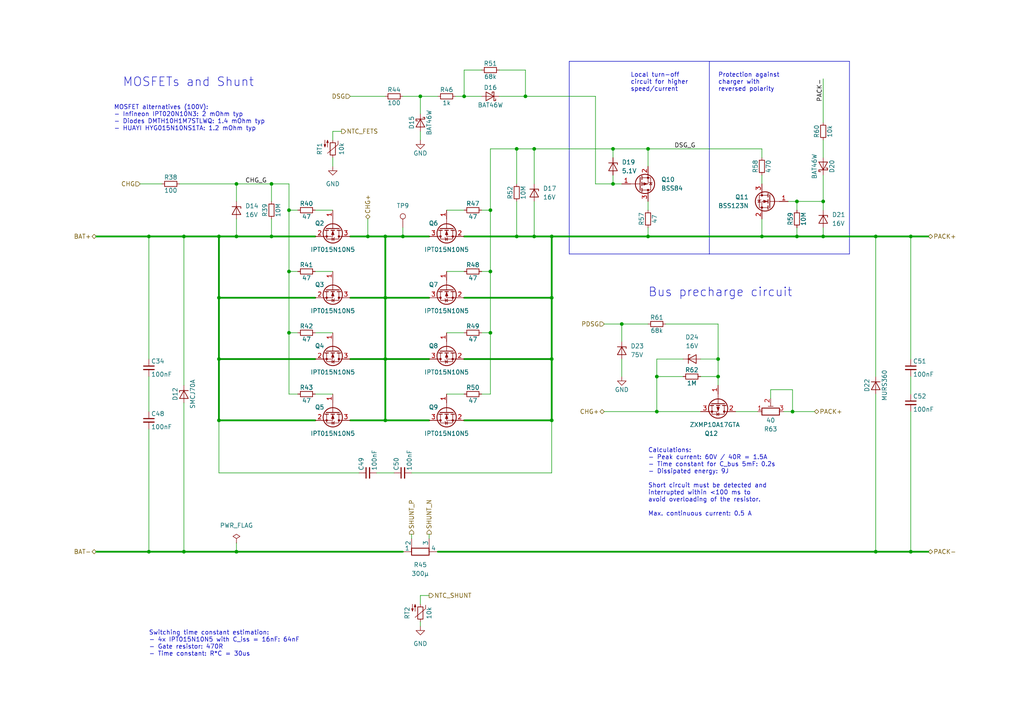
<source format=kicad_sch>
(kicad_sch (version 20230121) (generator eeschema)
  (paper "A4")
  (title_block (title "Libre Solar BMS C1") (date "2023-11-03") (rev "0.4.0") (company "Libre Solar Technologies GmbH") (comment 1 "Website: https://libre.solar") (comment 2 "Author: Martin Jäger") (comment 3 "License: CERN-OHL-W"))
  (lib_symbols
    (symbol "Connector:TestPoint" (pin_numbers hide) (pin_names (offset 0.762) hide)
      (property "Reference" "TP" (at 0 6.858 0))
      (property "Value" "TestPoint" (at 0 5.08 0))
      (symbol "TestPoint_0_1"
        (circle (center 0 3.302) (radius 0.762))
      )
      (symbol "TestPoint_1_1"
        (pin passive line (at 0 0 90) (length 2.54) (name "1") (number "1"))
      )
    )
    (symbol "Device:Q_NMOS_GSD" (pin_names (offset 0) hide)
      (property "Reference" "Q" (at 5.08 1.27 0))
      (property "Value" "Q_NMOS_GSD" (at 5.08 -1.27 0))
      (symbol "Q_NMOS_GSD_0_1"
        (polyline (pts (xy 0.254 0) (xy -2.54 0)))
        (polyline (pts (xy 0.254 1.905) (xy 0.254 -1.905)) (stroke (width 0.254)))
        (polyline (pts (xy 0.762 -1.27) (xy 0.762 -2.286)) (stroke (width 0.254)))
        (polyline (pts (xy 0.762 0.508) (xy 0.762 -0.508)) (stroke (width 0.254)))
        (polyline (pts (xy 0.762 2.286) (xy 0.762 1.27)) (stroke (width 0.254)))
        (polyline (pts (xy 2.54 2.54) (xy 2.54 1.778)))
        (polyline (pts (xy 2.54 -2.54) (xy 2.54 0) (xy 0.762 0)))
        (polyline (pts (xy 0.762 -1.778) (xy 3.302 -1.778) (xy 3.302 1.778) (xy 0.762 1.778)))
        (polyline (pts (xy 1.016 0) (xy 2.032 0.381) (xy 2.032 -0.381) (xy 1.016 0)) (fill (type outline)))
        (polyline (pts (xy 2.794 0.508) (xy 2.921 0.381) (xy 3.683 0.381) (xy 3.81 0.254)))
        (polyline (pts (xy 3.302 0.381) (xy 2.921 -0.254) (xy 3.683 -0.254) (xy 3.302 0.381)))
        (circle (center 1.651 0) (radius 2.794) (stroke (width 0.254)))
        (circle (center 2.54 -1.778) (radius 0.254) (fill (type outline)))
        (circle (center 2.54 1.778) (radius 0.254) (fill (type outline)))
      )
      (symbol "Q_NMOS_GSD_1_1"
        (pin input line (at -5.08 0 0) (length 2.54) (name "G") (number "1"))
        (pin passive line (at 2.54 -5.08 90) (length 2.54) (name "S") (number "2"))
        (pin passive line (at 2.54 5.08 270) (length 2.54) (name "D") (number "3"))
      )
    )
    (symbol "Device:Q_PMOS_GDS" (pin_names (offset 0) hide)
      (property "Reference" "Q" (at 5.08 1.27 0))
      (property "Value" "Q_PMOS_GDS" (at 5.08 -1.27 0))
      (symbol "Q_PMOS_GDS_0_1"
        (polyline (pts (xy 0.254 0) (xy -2.54 0)))
        (polyline (pts (xy 0.254 1.905) (xy 0.254 -1.905)) (stroke (width 0.254)))
        (polyline (pts (xy 0.762 -1.27) (xy 0.762 -2.286)) (stroke (width 0.254)))
        (polyline (pts (xy 0.762 0.508) (xy 0.762 -0.508)) (stroke (width 0.254)))
        (polyline (pts (xy 0.762 2.286) (xy 0.762 1.27)) (stroke (width 0.254)))
        (polyline (pts (xy 2.54 2.54) (xy 2.54 1.778)))
        (polyline (pts (xy 2.54 -2.54) (xy 2.54 0) (xy 0.762 0)))
        (polyline (pts (xy 0.762 1.778) (xy 3.302 1.778) (xy 3.302 -1.778) (xy 0.762 -1.778)))
        (polyline (pts (xy 2.286 0) (xy 1.27 0.381) (xy 1.27 -0.381) (xy 2.286 0)) (fill (type outline)))
        (polyline (pts (xy 2.794 -0.508) (xy 2.921 -0.381) (xy 3.683 -0.381) (xy 3.81 -0.254)))
        (polyline (pts (xy 3.302 -0.381) (xy 2.921 0.254) (xy 3.683 0.254) (xy 3.302 -0.381)))
        (circle (center 1.651 0) (radius 2.794) (stroke (width 0.254)))
        (circle (center 2.54 -1.778) (radius 0.254) (fill (type outline)))
        (circle (center 2.54 1.778) (radius 0.254) (fill (type outline)))
      )
      (symbol "Q_PMOS_GDS_1_1"
        (pin input line (at -5.08 0 0) (length 2.54) (name "G") (number "1"))
        (pin passive line (at 2.54 5.08 270) (length 2.54) (name "D") (number "2"))
        (pin passive line (at 2.54 -5.08 90) (length 2.54) (name "S") (number "3"))
      )
    )
    (symbol "Device:Q_PMOS_GSD" (pin_names (offset 0) hide)
      (property "Reference" "Q" (at 5.08 1.27 0))
      (property "Value" "Q_PMOS_GSD" (at 5.08 -1.27 0))
      (symbol "Q_PMOS_GSD_0_1"
        (polyline (pts (xy 0.254 0) (xy -2.54 0)))
        (polyline (pts (xy 0.254 1.905) (xy 0.254 -1.905)) (stroke (width 0.254)))
        (polyline (pts (xy 0.762 -1.27) (xy 0.762 -2.286)) (stroke (width 0.254)))
        (polyline (pts (xy 0.762 0.508) (xy 0.762 -0.508)) (stroke (width 0.254)))
        (polyline (pts (xy 0.762 2.286) (xy 0.762 1.27)) (stroke (width 0.254)))
        (polyline (pts (xy 2.54 2.54) (xy 2.54 1.778)))
        (polyline (pts (xy 2.54 -2.54) (xy 2.54 0) (xy 0.762 0)))
        (polyline (pts (xy 0.762 1.778) (xy 3.302 1.778) (xy 3.302 -1.778) (xy 0.762 -1.778)))
        (polyline (pts (xy 2.286 0) (xy 1.27 0.381) (xy 1.27 -0.381) (xy 2.286 0)) (fill (type outline)))
        (polyline (pts (xy 2.794 -0.508) (xy 2.921 -0.381) (xy 3.683 -0.381) (xy 3.81 -0.254)))
        (polyline (pts (xy 3.302 -0.381) (xy 2.921 0.254) (xy 3.683 0.254) (xy 3.302 -0.381)))
        (circle (center 1.651 0) (radius 2.794) (stroke (width 0.254)))
        (circle (center 2.54 -1.778) (radius 0.254) (fill (type outline)))
        (circle (center 2.54 1.778) (radius 0.254) (fill (type outline)))
      )
      (symbol "Q_PMOS_GSD_1_1"
        (pin input line (at -5.08 0 0) (length 2.54) (name "G") (number "1"))
        (pin passive line (at 2.54 -5.08 90) (length 2.54) (name "S") (number "2"))
        (pin passive line (at 2.54 5.08 270) (length 2.54) (name "D") (number "3"))
      )
    )
    (symbol "Device:R_Potentiometer_Trim" (pin_names (offset 1.016) hide)
      (property "Reference" "RV" (at -4.445 0 90))
      (property "Value" "R_Potentiometer_Trim" (at -2.54 0 90))
      (symbol "R_Potentiometer_Trim_0_1"
        (polyline (pts (xy 1.524 0.762) (xy 1.524 -0.762)))
        (polyline (pts (xy 2.54 0) (xy 1.524 0)))
        (rectangle (start 1.016 2.54) (end -1.016 -2.54) (stroke (width 0.254)))
      )
      (symbol "R_Potentiometer_Trim_1_1"
        (pin passive line (at 0 3.81 270) (length 1.27) (name "1") (number "1"))
        (pin passive line (at 3.81 0 180) (length 1.27) (name "2") (number "2"))
        (pin passive line (at 0 -3.81 90) (length 1.27) (name "3") (number "3"))
      )
    )
    (symbol "Device:R_Shunt" (pin_numbers hide) (pin_names (offset 0))
      (property "Reference" "R" (at -4.445 0 90))
      (property "Value" "R_Shunt" (at -2.54 0 90))
      (symbol "R_Shunt_0_1"
        (rectangle (start -1.016 -2.54) (end 1.016 2.54) (stroke (width 0.254)))
        (polyline (pts (xy 0 -2.54) (xy 1.27 -2.54)))
        (polyline (pts (xy 1.27 2.54) (xy 0 2.54)))
      )
      (symbol "R_Shunt_1_1"
        (pin passive line (at 0 5.08 270) (length 2.54) (name "1") (number "1"))
        (pin passive line (at 3.81 2.54 180) (length 2.54) (name "2") (number "2"))
        (pin passive line (at 3.81 -2.54 180) (length 2.54) (name "3") (number "3"))
        (pin passive line (at 0 -5.08 90) (length 2.54) (name "4") (number "4"))
      )
    )
    (symbol "LibreSolar:C" (pin_numbers hide) (pin_names (offset 0.254) hide)
      (property "Reference" "C" (at 0.635 1.905 0))
      (property "Value" "C" (at 0.635 -1.905 0))
      (symbol "C_0_1"
        (polyline (pts (xy -1.524 -0.508) (xy 1.524 -0.508)) (stroke (width 0.3302)))
        (polyline (pts (xy -1.524 0.508) (xy 0 0.508) (xy 1.524 0.508)) (stroke (width 0.3048)))
      )
      (symbol "C_1_1"
        (pin passive line (at 0 2.54 270) (length 1.905) (name "~") (number "1"))
        (pin passive line (at 0 -2.54 90) (length 2.032) (name "~") (number "2"))
      )
    )
    (symbol "LibreSolar:D" (pin_numbers hide) (pin_names (offset 0.254) hide)
      (property "Reference" "D" (at 0 2.54 0))
      (property "Value" "D" (at 0 -2.54 0))
      (symbol "D_0_1"
        (polyline (pts (xy -1.27 0) (xy 1.27 0)))
        (polyline (pts (xy -1.016 -1.27) (xy -1.016 1.27)) (stroke (width 0.2032)))
        (polyline (pts (xy 1.27 -1.27) (xy -1.016 0) (xy 1.27 1.27) (xy 1.27 -1.27)) (stroke (width 0.2032)))
      )
      (symbol "D_1_1"
        (pin passive line (at -2.54 0 0) (length 1.27) (name "K") (number "1"))
        (pin passive line (at 2.54 0 180) (length 1.27) (name "A") (number "2"))
      )
    )
    (symbol "LibreSolar:D_Schottky" (pin_numbers hide) (pin_names (offset 0.254) hide)
      (property "Reference" "D" (at 0 2.54 0))
      (property "Value" "D_Schottky" (at 0 -2.54 0))
      (symbol "D_Schottky_0_1"
        (polyline (pts (xy -1.016 -1.27) (xy -1.016 1.27)) (stroke (width 0.2032)))
        (polyline (pts (xy 1.27 0) (xy -1.27 0)))
        (polyline (pts (xy -1.016 -1.27) (xy -1.524 -1.27) (xy -1.524 -0.762)) (stroke (width 0.2032)))
        (polyline (pts (xy -1.016 1.27) (xy -0.508 1.27) (xy -0.508 0.762)) (stroke (width 0.2032)))
        (polyline (pts (xy 1.27 -1.27) (xy -1.016 0) (xy 1.27 1.27) (xy 1.27 -1.27)) (stroke (width 0.2032)))
      )
      (symbol "D_Schottky_1_1"
        (pin passive line (at -2.54 0 0) (length 1.27) (name "K") (number "1"))
        (pin passive line (at 2.54 0 180) (length 1.27) (name "A") (number "2"))
      )
    )
    (symbol "LibreSolar:D_Zener" (pin_numbers hide) (pin_names (offset 1.016) hide)
      (property "Reference" "D" (at 0 2.54 0))
      (property "Value" "D_Zener" (at 0 -2.54 0))
      (symbol "D_Zener_0_1"
        (polyline (pts (xy 1.27 0) (xy -1.27 0)))
        (polyline (pts (xy -1.016 0) (xy 1.27 1.27) (xy 1.27 -1.27) (xy -1.016 0)) (stroke (width 0.2032)))
        (polyline (pts (xy -0.508 1.27) (xy -1.016 1.27) (xy -1.016 0) (xy -1.016 -1.27)) (stroke (width 0.2032)))
      )
      (symbol "D_Zener_1_1"
        (pin passive line (at -2.54 0 0) (length 1.27) (name "K") (number "1"))
        (pin passive line (at 2.54 0 180) (length 1.27) (name "A") (number "2"))
      )
    )
    (symbol "LibreSolar:R" (pin_numbers hide) (pin_names (offset 0.254) hide)
      (property "Reference" "R" (at -1.905 0 90))
      (property "Value" "R" (at 1.905 0 90))
      (symbol "R_0_1"
        (rectangle (start -0.762 1.778) (end 0.762 -1.778) (stroke (width 0.2032)))
      )
      (symbol "R_1_1"
        (pin passive line (at 0 2.54 270) (length 0.762) (name "~") (number "1"))
        (pin passive line (at 0 -2.54 90) (length 0.762) (name "~") (number "2"))
      )
    )
    (symbol "LibreSolar:R_NTC" (pin_numbers hide) (pin_names (offset 0))
      (property "Reference" "RT" (at -3.81 0 90))
      (property "Value" "R_NTC" (at 2.54 0 90))
      (symbol "R_NTC_0_1"
        (rectangle (start -0.762 1.778) (end 0.762 -1.778) (stroke (width 0.2032)))
        (polyline (pts (xy 1.524 -2.286) (xy 1.524 -1.27) (xy -1.524 1.27)))
        (polyline (pts (xy -2.286 -2.54) (xy -2.286 -0.508) (xy -2.54 -1.27) (xy -2.032 -1.27) (xy -2.286 -0.508) (xy -2.286 -0.762)) (fill (type outline)))
        (polyline (pts (xy -1.524 -0.508) (xy -1.524 -2.54) (xy -1.778 -1.778) (xy -1.27 -1.778) (xy -1.524 -2.54) (xy -1.524 -2.286)) (fill (type outline)))
      )
      (symbol "R_NTC_1_1"
        (pin passive line (at 0 2.54 270) (length 0.762) (name "~") (number "1"))
        (pin passive line (at 0 -2.54 90) (length 0.762) (name "~") (number "2"))
      )
    )
    (symbol "power:GND" (power) (pin_names (offset 0))
      (property "Value" "GND" (at 0 -3.81 0))
      (symbol "GND_0_1"
        (polyline (pts (xy 0 0) (xy 0 -1.27) (xy 1.27 -1.27) (xy 0 -2.54) (xy -1.27 -1.27) (xy 0 -1.27)))
      )
      (symbol "GND_1_1"
        (pin power_in line (at 0 0 270) (length 0) hide (name "GND") (number "1"))
      )
    )
    (symbol "power:PWR_FLAG" (power) (pin_numbers hide) (pin_names (offset 0) hide)
      (property "Value" "PWR_FLAG" (at 0 3.81 0))
      (symbol "PWR_FLAG_0_0"
        (pin power_out line (at 0 0 90) (length 0) (name "pwr") (number "1"))
      )
      (symbol "PWR_FLAG_0_1"
        (polyline (pts (xy 0 0) (xy 0 1.27) (xy -1.016 1.905) (xy 0 2.54) (xy 1.016 1.905) (xy 0 1.27)))
      )
    )
  )
  (junction (at 116.84 68.58))
  (junction (at 187.96 68.58))
  (junction (at 142.24 60.96))
  (junction (at 111.76 68.58))
  (junction (at 83.82 96.52))
  (junction (at 68.58 53.34))
  (junction (at 187.96 43.18))
  (junction (at 149.86 43.18))
  (junction (at 68.58 160.02))
  (junction (at 78.74 53.34))
  (junction (at 208.28 104.14))
  (junction (at 68.58 68.58))
  (junction (at 152.4 27.94))
  (junction (at 231.14 58.42))
  (junction (at 160.02 104.14))
  (junction (at 238.76 68.58))
  (junction (at 264.16 68.58))
  (junction (at 177.8 53.34))
  (junction (at 43.18 68.58))
  (junction (at 220.98 68.58))
  (junction (at 111.76 121.92))
  (junction (at 111.76 104.14))
  (junction (at 180.34 93.98))
  (junction (at 238.76 58.42))
  (junction (at 142.24 78.74))
  (junction (at 254 160.02))
  (junction (at 63.5 68.58) (diameter 0.9144))
  (junction (at 231.14 68.58))
  (junction (at 160.02 86.36))
  (junction (at 149.86 68.58))
  (junction (at 78.74 68.58))
  (junction (at 154.94 43.18))
  (junction (at 254 68.58))
  (junction (at 53.34 160.02))
  (junction (at 83.82 78.74))
  (junction (at 208.28 109.22))
  (junction (at 111.76 86.36))
  (junction (at 229.87 119.38))
  (junction (at 63.5 86.36) (diameter 0.9144))
  (junction (at 160.02 121.92))
  (junction (at 177.8 43.18))
  (junction (at 154.94 68.58))
  (junction (at 106.68 68.58))
  (junction (at 43.18 160.02))
  (junction (at 134.62 27.94))
  (junction (at 63.5 104.14))
  (junction (at 264.16 160.02))
  (junction (at 190.5 119.38))
  (junction (at 190.5 109.22))
  (junction (at 121.92 27.94))
  (junction (at 53.34 68.58))
  (junction (at 63.5 121.92))
  (junction (at 160.02 68.58))
  (junction (at 142.24 96.52))
  (junction (at 83.82 60.96))
  (wire (pts (xy 187.96 43.18) (xy 187.96 48.26)))
  (wire (pts (xy 149.86 43.18) (xy 154.94 43.18)))
  (wire (pts (xy 68.58 53.34) (xy 78.74 53.34)))
  (wire (pts (xy 124.46 154.94) (xy 124.46 156.21)))
  (polyline (pts (xy 165.1 17.78) (xy 165.1 73.66)))
  (wire (pts (xy 144.78 20.32) (xy 152.4 20.32)))
  (wire (pts (xy 160.02 68.58) (xy 160.02 86.36)) (stroke (width 0.508)))
  (wire (pts (xy 254 68.58) (xy 254 109.22)))
  (wire (pts (xy 220.98 50.8) (xy 220.98 53.34)))
  (wire (pts (xy 223.52 113.03) (xy 229.87 113.03)))
  (wire (pts (xy 180.34 93.98) (xy 187.96 93.98)))
  (wire (pts (xy 83.82 114.3) (xy 86.36 114.3)))
  (wire (pts (xy 63.5 86.36) (xy 63.5 104.14)) (stroke (width 0.508)))
  (wire (pts (xy 78.74 68.58) (xy 91.44 68.58)) (stroke (width 0.508)))
  (wire (pts (xy 142.24 43.18) (xy 149.86 43.18)))
  (wire (pts (xy 134.62 20.32) (xy 134.62 27.94)))
  (wire (pts (xy 119.38 154.94) (xy 119.38 156.21)))
  (wire (pts (xy 187.96 43.18) (xy 220.98 43.18)))
  (wire (pts (xy 111.76 68.58) (xy 116.84 68.58)) (stroke (width 0.508)))
  (wire (pts (xy 111.76 104.14) (xy 124.46 104.14)) (stroke (width 0.508)))
  (wire (pts (xy 68.58 68.58) (xy 78.74 68.58)) (stroke (width 0.508)))
  (wire (pts (xy 83.82 78.74) (xy 83.82 96.52)))
  (wire (pts (xy 43.18 124.46) (xy 43.18 160.02)))
  (wire (pts (xy 160.02 86.36) (xy 160.02 104.14)) (stroke (width 0.508)))
  (wire (pts (xy 68.58 53.34) (xy 68.58 58.42)))
  (wire (pts (xy 40.64 53.34) (xy 46.99 53.34)))
  (wire (pts (xy 104.14 137.16) (xy 63.5 137.16)))
  (wire (pts (xy 175.26 93.98) (xy 180.34 93.98)))
  (wire (pts (xy 83.82 60.96) (xy 86.36 60.96)))
  (wire (pts (xy 208.28 104.14) (xy 208.28 109.22)))
  (wire (pts (xy 53.34 68.58) (xy 53.34 111.76)))
  (wire (pts (xy 142.24 96.52) (xy 142.24 114.3)))
  (wire (pts (xy 106.68 68.58) (xy 111.76 68.58)) (stroke (width 0.508)))
  (wire (pts (xy 106.68 63.5) (xy 106.68 68.58)))
  (wire (pts (xy 160.02 104.14) (xy 160.02 121.92)) (stroke (width 0.508)))
  (wire (pts (xy 160.02 121.92) (xy 160.02 137.16)))
  (wire (pts (xy 254 68.58) (xy 264.16 68.58)) (stroke (width 0.508)))
  (wire (pts (xy 154.94 43.18) (xy 154.94 53.34)))
  (wire (pts (xy 149.86 58.42) (xy 149.86 68.58)))
  (wire (pts (xy 91.44 78.74) (xy 96.52 78.74)))
  (wire (pts (xy 238.76 66.04) (xy 238.76 68.58)))
  (wire (pts (xy 111.76 104.14) (xy 111.76 121.92)) (stroke (width 0.508)))
  (wire (pts (xy 121.92 27.94) (xy 127 27.94)))
  (wire (pts (xy 63.5 104.14) (xy 63.5 121.92)) (stroke (width 0.508)))
  (wire (pts (xy 134.62 104.14) (xy 160.02 104.14)) (stroke (width 0.508)))
  (wire (pts (xy 111.76 68.58) (xy 111.76 86.36)) (stroke (width 0.508)))
  (wire (pts (xy 231.14 66.04) (xy 231.14 68.58)))
  (polyline (pts (xy 165.1 73.66) (xy 205.74 73.66)))
  (wire (pts (xy 160.02 68.58) (xy 187.96 68.58)) (stroke (width 0.508)))
  (wire (pts (xy 144.78 27.94) (xy 152.4 27.94)))
  (wire (pts (xy 63.5 86.36) (xy 91.44 86.36)) (stroke (width 0.508)))
  (wire (pts (xy 139.7 20.32) (xy 134.62 20.32)))
  (wire (pts (xy 208.28 93.98) (xy 193.04 93.98)))
  (wire (pts (xy 78.74 53.34) (xy 78.74 58.42)))
  (wire (pts (xy 238.76 40.64) (xy 238.76 45.72)))
  (wire (pts (xy 132.08 27.94) (xy 134.62 27.94)))
  (wire (pts (xy 139.7 78.74) (xy 142.24 78.74)))
  (wire (pts (xy 63.5 68.58) (xy 63.5 86.36)) (stroke (width 0.508)))
  (wire (pts (xy 172.72 53.34) (xy 177.8 53.34)))
  (wire (pts (xy 231.14 58.42) (xy 238.76 58.42)))
  (wire (pts (xy 96.52 48.26) (xy 96.52 45.72)))
  (wire (pts (xy 101.6 27.94) (xy 111.76 27.94)))
  (wire (pts (xy 68.58 160.02) (xy 116.84 160.02)) (stroke (width 0.508)))
  (wire (pts (xy 53.34 116.84) (xy 53.34 160.02)))
  (wire (pts (xy 198.12 104.14) (xy 190.5 104.14)))
  (wire (pts (xy 63.5 68.58) (xy 68.58 68.58)) (stroke (width 0.508)))
  (wire (pts (xy 187.96 68.58) (xy 220.98 68.58)) (stroke (width 0.508)))
  (wire (pts (xy 238.76 50.8) (xy 238.76 58.42)))
  (wire (pts (xy 213.36 119.38) (xy 219.71 119.38)))
  (wire (pts (xy 154.94 43.18) (xy 177.8 43.18)))
  (wire (pts (xy 154.94 68.58) (xy 160.02 68.58)) (stroke (width 0.508)))
  (wire (pts (xy 152.4 27.94) (xy 172.72 27.94)))
  (wire (pts (xy 208.28 109.22) (xy 203.2 109.22)))
  (wire (pts (xy 101.6 86.36) (xy 111.76 86.36)) (stroke (width 0.508)))
  (wire (pts (xy 116.84 66.04) (xy 116.84 68.58)))
  (polyline (pts (xy 165.1 17.78) (xy 205.74 17.78)))
  (wire (pts (xy 111.76 121.92) (xy 124.46 121.92)) (stroke (width 0.508)))
  (wire (pts (xy 229.87 113.03) (xy 229.87 119.38)))
  (wire (pts (xy 229.87 119.38) (xy 236.22 119.38)))
  (wire (pts (xy 208.28 111.76) (xy 208.28 109.22)))
  (wire (pts (xy 254 160.02) (xy 264.16 160.02)) (stroke (width 0.508)))
  (wire (pts (xy 43.18 68.58) (xy 53.34 68.58)) (stroke (width 0.508)))
  (wire (pts (xy 134.62 121.92) (xy 160.02 121.92)) (stroke (width 0.508)))
  (wire (pts (xy 142.24 60.96) (xy 142.24 78.74)))
  (wire (pts (xy 129.54 78.74) (xy 134.62 78.74)))
  (wire (pts (xy 111.76 104.14) (xy 111.76 86.36)) (stroke (width 0.508)))
  (wire (pts (xy 53.34 160.02) (xy 68.58 160.02)) (stroke (width 0.508)))
  (wire (pts (xy 96.52 38.1) (xy 96.52 40.64)))
  (wire (pts (xy 177.8 53.34) (xy 180.34 53.34)))
  (wire (pts (xy 86.36 78.74) (xy 83.82 78.74)))
  (wire (pts (xy 264.16 119.38) (xy 264.16 160.02)))
  (wire (pts (xy 68.58 63.5) (xy 68.58 68.58)))
  (wire (pts (xy 53.34 68.58) (xy 63.5 68.58)) (stroke (width 0.508)))
  (wire (pts (xy 121.92 181.61) (xy 121.92 180.34)))
  (wire (pts (xy 139.7 114.3) (xy 142.24 114.3)))
  (wire (pts (xy 190.5 104.14) (xy 190.5 109.22)))
  (wire (pts (xy 121.92 27.94) (xy 121.92 33.02)))
  (wire (pts (xy 101.6 104.14) (xy 111.76 104.14)) (stroke (width 0.508)))
  (wire (pts (xy 220.98 63.5) (xy 220.98 68.58)))
  (wire (pts (xy 119.38 137.16) (xy 160.02 137.16)))
  (wire (pts (xy 116.84 68.58) (xy 124.46 68.58)) (stroke (width 0.508)))
  (wire (pts (xy 78.74 53.34) (xy 83.82 53.34)))
  (wire (pts (xy 134.62 27.94) (xy 139.7 27.94)))
  (wire (pts (xy 177.8 50.8) (xy 177.8 53.34)))
  (wire (pts (xy 149.86 68.58) (xy 154.94 68.58)) (stroke (width 0.508)))
  (wire (pts (xy 152.4 20.32) (xy 152.4 27.94)))
  (wire (pts (xy 227.33 119.38) (xy 229.87 119.38)))
  (wire (pts (xy 264.16 109.22) (xy 264.16 114.3)))
  (polyline (pts (xy 246.38 73.66) (xy 246.38 17.78)))
  (wire (pts (xy 83.82 96.52) (xy 86.36 96.52)))
  (wire (pts (xy 231.14 58.42) (xy 231.14 60.96)))
  (wire (pts (xy 83.82 53.34) (xy 83.82 60.96)))
  (wire (pts (xy 142.24 43.18) (xy 142.24 60.96)))
  (wire (pts (xy 91.44 60.96) (xy 96.52 60.96)))
  (wire (pts (xy 180.34 104.14) (xy 180.34 109.22)))
  (wire (pts (xy 231.14 68.58) (xy 238.76 68.58)) (stroke (width 0.508)))
  (wire (pts (xy 142.24 78.74) (xy 142.24 96.52)))
  (wire (pts (xy 78.74 63.5) (xy 78.74 68.58)))
  (wire (pts (xy 121.92 172.72) (xy 121.92 175.26)))
  (wire (pts (xy 238.76 60.96) (xy 238.76 58.42)))
  (wire (pts (xy 99.06 38.1) (xy 96.52 38.1)))
  (wire (pts (xy 220.98 68.58) (xy 231.14 68.58)) (stroke (width 0.508)))
  (wire (pts (xy 101.6 68.58) (xy 106.68 68.58)) (stroke (width 0.508)))
  (wire (pts (xy 116.84 27.94) (xy 121.92 27.94)))
  (wire (pts (xy 154.94 58.42) (xy 154.94 68.58)))
  (wire (pts (xy 27.94 68.58) (xy 43.18 68.58)) (stroke (width 0.508)))
  (wire (pts (xy 177.8 43.18) (xy 187.96 43.18)))
  (wire (pts (xy 127 160.02) (xy 254 160.02)) (stroke (width 0.508)))
  (wire (pts (xy 180.34 93.98) (xy 180.34 99.06)))
  (polyline (pts (xy 205.74 73.66) (xy 246.38 73.66)))
  (wire (pts (xy 254 114.3) (xy 254 160.02)))
  (wire (pts (xy 63.5 121.92) (xy 91.44 121.92)) (stroke (width 0.508)))
  (wire (pts (xy 27.94 160.02) (xy 43.18 160.02)) (stroke (width 0.508)))
  (wire (pts (xy 175.26 119.38) (xy 190.5 119.38)))
  (wire (pts (xy 91.44 96.52) (xy 96.52 96.52)))
  (wire (pts (xy 83.82 96.52) (xy 83.82 114.3)))
  (wire (pts (xy 223.52 115.57) (xy 223.52 113.03)))
  (wire (pts (xy 238.76 22.86) (xy 238.76 35.56)))
  (wire (pts (xy 91.44 114.3) (xy 96.52 114.3)))
  (wire (pts (xy 139.7 96.52) (xy 142.24 96.52)))
  (wire (pts (xy 190.5 109.22) (xy 190.5 119.38)))
  (wire (pts (xy 228.6 58.42) (xy 231.14 58.42)))
  (wire (pts (xy 101.6 121.92) (xy 111.76 121.92)) (stroke (width 0.508)))
  (wire (pts (xy 43.18 160.02) (xy 53.34 160.02)) (stroke (width 0.508)))
  (wire (pts (xy 68.58 157.48) (xy 68.58 160.02)))
  (wire (pts (xy 52.07 53.34) (xy 68.58 53.34)))
  (wire (pts (xy 203.2 119.38) (xy 190.5 119.38)))
  (wire (pts (xy 208.28 104.14) (xy 208.28 93.98)))
  (wire (pts (xy 203.2 104.14) (xy 208.28 104.14)))
  (wire (pts (xy 187.96 58.42) (xy 187.96 60.96)))
  (wire (pts (xy 83.82 78.74) (xy 83.82 60.96)))
  (wire (pts (xy 172.72 53.34) (xy 172.72 27.94)))
  (wire (pts (xy 177.8 43.18) (xy 177.8 45.72)))
  (wire (pts (xy 187.96 66.04) (xy 187.96 68.58)))
  (wire (pts (xy 129.54 60.96) (xy 134.62 60.96)))
  (wire (pts (xy 124.46 172.72) (xy 121.92 172.72)))
  (wire (pts (xy 198.12 109.22) (xy 190.5 109.22)))
  (wire (pts (xy 264.16 160.02) (xy 269.24 160.02)) (stroke (width 0.508)))
  (polyline (pts (xy 205.74 17.78) (xy 246.38 17.78)))
  (wire (pts (xy 129.54 114.3) (xy 134.62 114.3)))
  (wire (pts (xy 129.54 96.52) (xy 134.62 96.52)))
  (wire (pts (xy 238.76 68.58) (xy 254 68.58)) (stroke (width 0.508)))
  (wire (pts (xy 111.76 86.36) (xy 124.46 86.36)) (stroke (width 0.508)))
  (wire (pts (xy 43.18 68.58) (xy 43.18 104.14)))
  (wire (pts (xy 264.16 68.58) (xy 264.16 104.14)))
  (wire (pts (xy 43.18 109.22) (xy 43.18 119.38)))
  (wire (pts (xy 121.92 38.1) (xy 121.92 40.64)))
  (wire (pts (xy 63.5 137.16) (xy 63.5 121.92)))
  (wire (pts (xy 114.3 137.16) (xy 109.22 137.16)))
  (wire (pts (xy 139.7 60.96) (xy 142.24 60.96)))
  (polyline (pts (xy 205.74 17.78) (xy 205.74 73.66)))
  (wire (pts (xy 149.86 43.18) (xy 149.86 53.34)))
  (wire (pts (xy 134.62 68.58) (xy 149.86 68.58)) (stroke (width 0.508)))
  (wire (pts (xy 220.98 45.72) (xy 220.98 43.18)))
  (wire (pts (xy 134.62 86.36) (xy 160.02 86.36)) (stroke (width 0.508)))
  (wire (pts (xy 264.16 68.58) (xy 269.24 68.58)) (stroke (width 0.508)))
  (wire (pts (xy 63.5 104.14) (xy 91.44 104.14)) (stroke (width 0.508)))
  (text "Protection against\ncharger with \nreversed polarity" (at 208.28 26.67 0) (effects (font (size 1.27 1.27)) (justify left bottom)))
  (text "Switching time constant estimation:\n- 4x IPT015N10N5 with C_iss = 16nF: 64nF\n- Gate resistor: 470R\n- Time constant: R*C = 30us" (at 43.18 190.5 0) (effects (font (size 1.27 1.27)) (justify left bottom)))
  (text "MOSFET alternatives (100V):\n- Infineon IPT020N10N3: 2 mOhm typ\n- Diodes DMTH10H1M7STLWQ: 1.4 mOhm typ\n- HUAYI HYG015N10NS1TA: 1.2 mOhm typ\n" (at 33.02 38.1 0) (effects (font (size 1.27 1.27)) (justify left bottom)))
  (text "MOSFETs and Shunt" (at 35.56 25.4 0) (effects (font (size 2.54 2.54)) (justify left bottom)))
  (text "Local turn-off \ncircuit for higher\nspeed/current" (at 182.88 26.67 0) (effects (font (size 1.27 1.27)) (justify left bottom)))
  (text "Bus precharge circuit" (at 187.96 86.36 0) (effects (font (size 2.54 2.54)) (justify left bottom)))
  (text "Calculations:\n- Peak current: 60V / 40R = 1.5A\n- Time constant for C_bus 5mF: 0.2s\n- Dissipated energy: 9J\n\nShort circuit must be detected and\ninterrupted within <100 ms to\navoid overloading of the resistor.\n\nMax. continuous current: 0.5 A" (at 187.96 149.86 0) (effects (font (size 1.27 1.27)) (justify left bottom)))
  (label "PACK-" (at 238.76 22.86 270))
  (label "DSG_G" (at 195.58 43.18 0))
  (label "CHG_G" (at 71.12 53.34 0))
  (hierarchical_label "DSG" (shape input) (at 101.6 27.94 180))
  (hierarchical_label "PDSG" (shape input) (at 175.26 93.98 180))
  (hierarchical_label "CHG" (shape input) (at 40.64 53.34 180))
  (hierarchical_label "NTC_SHUNT" (shape output) (at 124.46 172.72 0))
  (hierarchical_label "BAT+" (shape bidirectional) (at 27.94 68.58 180))
  (hierarchical_label "SHUNT_N" (shape output) (at 124.46 154.94 90))
  (hierarchical_label "CHG+" (shape bidirectional) (at 175.26 119.38 180))
  (hierarchical_label "PACK+" (shape bidirectional) (at 269.24 68.58 0))
  (hierarchical_label "BAT-" (shape bidirectional) (at 27.94 160.02 180))
  (hierarchical_label "CHG+" (shape bidirectional) (at 106.68 63.5 90))
  (hierarchical_label "PACK-" (shape bidirectional) (at 269.24 160.02 0))
  (hierarchical_label "PACK+" (shape bidirectional) (at 236.22 119.38 0))
  (hierarchical_label "SHUNT_P" (shape output) (at 119.38 154.94 90))
  (hierarchical_label "NTC_FETS" (shape output) (at 99.06 38.1 0))
  (symbol (lib_id "LibreSolar:R_NTC") (at 96.52 43.18 0) (mirror x) (unit 1)
    (property "Reference" "RT1" (at 92.71 43.18 90))
    (property "Value" "10k" (at 99.06 43.18 90))
    (property "Footprint" "LibreSolar:R_0603_1608" (effects hide))
    (property "Manufacturer" "TDK" (effects hide))
    (property "PartNumber" "NTCG163JF103FT1S" (effects hide))
  )
  (symbol (lib_id "LibreSolar:D_Zener") (at 53.34 114.3 90) (mirror x) (unit 1)
    (property "Reference" "D12" (at 50.8 114.3 0))
    (property "Value" "SMCJ70A" (at 55.88 114.3 0))
    (property "Footprint" "LibreSolar:D_SMC" (effects hide))
    (property "Manufacturer" "Bourns" (effects hide))
    (property "PartNumber" "SMCJ70A" (effects hide))
    (property "Remarks" "Alternative: Diodes Inc. SMCJ70A-13-F" (effects hide))
  )
  (symbol (lib_id "LibreSolar:D") (at 254 111.76 90) (mirror x) (unit 1)
    (property "Reference" "D22" (at 251.46 111.76 0))
    (property "Value" "MURS360" (at 256.54 111.76 0))
    (property "Footprint" "LibreSolar:D_SMC" (effects hide))
    (property "Manufacturer" "Diodes Incorporated" (effects hide))
    (property "PartNumber" "MURS360" (effects hide))
    (property "Remarks" "Alternative: Other MURS360" (effects hide))
  )
  (symbol (lib_id "LibreSolar:C") (at 264.16 106.68 0) (unit 1)
    (property "Reference" "C51" (at 264.795 104.775 0) (effects (justify left)))
    (property "Value" "100nF" (at 264.795 108.585 0) (effects (justify left)))
    (property "Footprint" "LibreSolar:C_0603_1608" (effects hide))
    (property "Manufacturer" "any" (effects hide))
    (property "Remarks" "X7R, 100V" (effects hide))
  )
  (symbol (lib_id "LibreSolar:C") (at 264.16 116.84 0) (unit 1)
    (property "Reference" "C52" (at 264.795 114.935 0) (effects (justify left)))
    (property "Value" "100nF" (at 264.795 118.745 0) (effects (justify left)))
    (property "Footprint" "LibreSolar:C_0603_1608" (effects hide))
    (property "Manufacturer" "any" (effects hide))
    (property "Remarks" "X7R, 100V" (effects hide))
  )
  (symbol (lib_id "LibreSolar:C") (at 106.68 137.16 90) (unit 1)
    (property "Reference" "C49" (at 104.775 136.525 0) (effects (justify left)))
    (property "Value" "100nF" (at 108.585 136.525 0) (effects (justify left)))
    (property "Footprint" "LibreSolar:C_0603_1608" (effects hide))
    (property "Manufacturer" "any" (effects hide))
    (property "Remarks" "X7R, 100V" (effects hide))
  )
  (symbol (lib_id "LibreSolar:C") (at 116.84 137.16 90) (unit 1)
    (property "Reference" "C50" (at 114.935 136.525 0) (effects (justify left)))
    (property "Value" "100nF" (at 118.745 136.525 0) (effects (justify left)))
    (property "Footprint" "LibreSolar:C_0603_1608" (effects hide))
    (property "Manufacturer" "any" (effects hide))
    (property "Remarks" "X7R, 100V" (effects hide))
  )
  (symbol (lib_id "Device:Q_PMOS_GDS") (at 208.28 116.84 270) (unit 1)
    (property "Reference" "Q12" (at 208.28 125.73 90) (effects (justify right)))
    (property "Value" "ZXMP10A17GTA" (at 214.63 123.19 90) (effects (justify right)))
    (property "Footprint" "Package_TO_SOT_SMD:SOT-223-3_TabPin2" (effects hide))
    (property "Manufacturer" "Diodes Incorporated" (effects hide))
    (property "PartNumber" "ZXMP10A17GTA" (effects hide))
    (property "Remarks" "Alternative: IRFL9110TRPBF" (effects hide))
  )
  (symbol (lib_id "LibreSolar:R") (at 78.74 60.96 0) (unit 1)
    (property "Reference" "R39" (at 76.835 60.96 90))
    (property "Value" "10M" (at 80.645 60.96 90))
    (property "Footprint" "LibreSolar:R_0603_1608" (effects hide))
    (property "Manufacturer" "any" (effects hide))
  )
  (symbol (lib_id "LibreSolar:R") (at 149.86 55.88 0) (unit 1)
    (property "Reference" "R52" (at 147.955 55.88 90))
    (property "Value" "10M" (at 151.765 55.88 90))
    (property "Footprint" "LibreSolar:R_0603_1608" (effects hide))
    (property "Manufacturer" "any" (effects hide))
  )
  (symbol (lib_id "Device:R_Shunt") (at 121.92 160.02 90) (unit 1)
    (property "Reference" "R45" (at 121.92 163.83 90))
    (property "Value" "300µ" (at 121.92 166.37 90))
    (property "Footprint" "LibreSolar:R_Shunt_5931_Kelvin" (effects hide))
    (property "Manufacturer" "Vishay" (effects hide))
    (property "PartNumber" "WSLP5931L3000FEA" (effects hide))
    (property "Remarks" "Alternative: Bourns CSS2H-5930R-L300F" (effects hide))
  )
  (symbol (lib_id "power:GND") (at 96.52 48.26 0) (unit 1)
    (property "Reference" "#PWR0159" (effects hide))
    (property "Value" "GND" (at 96.52 53.34 0))
  )
  (symbol (lib_id "power:PWR_FLAG") (at 68.58 157.48 0) (unit 1)
    (property "Reference" "#FLG02" (effects hide))
    (property "Value" "PWR_FLAG" (at 68.58 152.4 0))
  )
  (symbol (lib_id "LibreSolar:R") (at 238.76 38.1 0) (unit 1)
    (property "Reference" "R60" (at 236.855 38.1 90))
    (property "Value" "10k" (at 240.665 38.1 90))
    (property "Footprint" "LibreSolar:R_0603_1608" (effects hide))
    (property "Manufacturer" "any" (effects hide))
  )
  (symbol (lib_id "Device:Q_NMOS_GSD") (at 96.52 119.38 270) (unit 1)
    (property "Reference" "Q5" (at 92.71 118.11 90))
    (property "Value" "IPT015N10N5" (at 96.52 125.73 90))
    (property "Footprint" "Package_TO_SOT_SMD:Infineon_PG-HSOF-8-1_ThermalVias" (effects hide))
    (property "Manufacturer" "Infineon" (effects hide))
    (property "PartNumber" "IPT015N10N5" (effects hide))
    (property "Remarks" "Alternative with 2mOhm: IPT020N10N3" (effects hide))
  )
  (symbol (lib_id "LibreSolar:R") (at 200.66 109.22 90) (mirror x) (unit 1)
    (property "Reference" "R62" (at 200.66 107.315 90))
    (property "Value" "1M" (at 200.66 111.125 90))
    (property "Footprint" "LibreSolar:R_0603_1608" (effects hide))
    (property "Manufacturer" "any" (effects hide))
  )
  (symbol (lib_id "Device:Q_NMOS_GSD") (at 96.52 83.82 270) (unit 1)
    (property "Reference" "Q3" (at 92.71 82.55 90))
    (property "Value" "IPT015N10N5" (at 96.52 90.17 90))
    (property "Footprint" "Package_TO_SOT_SMD:Infineon_PG-HSOF-8-1_ThermalVias" (effects hide))
    (property "Manufacturer" "Infineon" (effects hide))
    (property "PartNumber" "IPT015N10N5" (effects hide))
    (property "Remarks" "Alternative with 2mOhm: IPT020N10N3" (effects hide))
  )
  (symbol (lib_id "Device:Q_NMOS_GSD") (at 96.52 101.6 270) (unit 1)
    (property "Reference" "Q4" (at 92.71 100.33 90))
    (property "Value" "IPT015N10N5" (at 96.52 107.95 90))
    (property "Footprint" "Package_TO_SOT_SMD:Infineon_PG-HSOF-8-1_ThermalVias" (effects hide))
    (property "Manufacturer" "Infineon" (effects hide))
    (property "PartNumber" "IPT015N10N5" (effects hide))
    (property "Remarks" "Alternative with 2mOhm: IPT020N10N3" (effects hide))
  )
  (symbol (lib_id "LibreSolar:R") (at 114.3 27.94 90) (mirror x) (unit 1)
    (property "Reference" "R44" (at 114.3 26.035 90))
    (property "Value" "100" (at 114.3 29.845 90))
    (property "Footprint" "LibreSolar:R_0603_1608" (effects hide))
    (property "Manufacturer" "any" (effects hide))
  )
  (symbol (lib_id "Device:R_Potentiometer_Trim") (at 223.52 119.38 90) (unit 1)
    (property "Reference" "R63" (at 223.52 124.46 90))
    (property "Value" "40" (at 223.52 121.92 90))
    (property "Footprint" "LibreSolar:Bourns_PWR163" (effects hide))
    (property "Datasheet" "https://www.mouser.de/datasheet/2/54/pwr163-777985.pdf" (effects hide))
    (property "Manufacturer" "Bourns" (effects hide))
    (property "PartNumber" "PWR163S-25-40R0FE" (effects hide))
  )
  (symbol (lib_id "LibreSolar:D_Zener") (at 200.66 104.14 0) (unit 1)
    (property "Reference" "D24" (at 200.7108 97.79 0))
    (property "Value" "16V" (at 200.7108 100.33 0))
    (property "Footprint" "LibreSolar:D_SOD-123" (effects hide))
    (property "Datasheet" "https://www.mouser.de/datasheet/2/115/DIOD_S_A0003550771_1-2542306.pdf" (effects hide))
    (property "Manufacturer" "Diodes Incorporated" (effects hide))
    (property "PartNumber" "MMSZ5246B-7-F" (effects hide))
    (property "Remarks" "Alternative: Vishay MMSZ5246B-HE3-08" (effects hide))
  )
  (symbol (lib_id "LibreSolar:R_NTC") (at 121.92 177.8 0) (mirror x) (unit 1)
    (property "Reference" "RT2" (at 118.11 177.8 90))
    (property "Value" "10k" (at 124.46 177.8 90))
    (property "Footprint" "LibreSolar:R_0603_1608" (effects hide))
    (property "Manufacturer" "TDK" (effects hide))
    (property "PartNumber" "NTCG163JF103FT1S" (effects hide))
  )
  (symbol (lib_id "Device:Q_PMOS_GSD") (at 185.42 53.34 0) (mirror x) (unit 1)
    (property "Reference" "Q10" (at 191.77 52.07 0) (effects (justify left)))
    (property "Value" "BSS84" (at 191.77 54.61 0) (effects (justify left)))
    (property "Footprint" "LibreSolar:SOT-23" (effects hide))
    (property "Manufacturer" "Nexperia" (effects hide))
    (property "PartNumber" "BSS84AK,215" (effects hide))
    (property "Remarks" "at least -20V" (effects hide))
  )
  (symbol (lib_id "power:GND") (at 121.92 40.64 0) (unit 1)
    (property "Reference" "#PWR07" (effects hide))
    (property "Value" "GND" (at 121.92 44.45 0))
  )
  (symbol (lib_id "LibreSolar:C") (at 43.18 121.92 0) (unit 1)
    (property "Reference" "C48" (at 43.815 120.015 0) (effects (justify left)))
    (property "Value" "100nF" (at 43.815 123.825 0) (effects (justify left)))
    (property "Footprint" "LibreSolar:C_0603_1608" (effects hide))
    (property "Manufacturer" "any" (effects hide))
    (property "Remarks" "X7R, 100V" (effects hide))
  )
  (symbol (lib_id "LibreSolar:R") (at 88.9 96.52 90) (mirror x) (unit 1)
    (property "Reference" "R42" (at 88.9 94.615 90))
    (property "Value" "47" (at 88.9 98.425 90))
    (property "Footprint" "LibreSolar:R_0603_1608" (effects hide))
    (property "Manufacturer" "any" (effects hide))
  )
  (symbol (lib_id "LibreSolar:D_Schottky") (at 121.92 35.56 90) (mirror x) (unit 1)
    (property "Reference" "D15" (at 119.38 35.56 0))
    (property "Value" "BAT46W" (at 124.46 35.56 0))
    (property "Footprint" "LibreSolar:D_SOD-123" (effects hide))
    (property "Manufacturer" "Diodes Incorporated" (effects hide))
    (property "PartNumber" "BAT46W-7-F" (effects hide))
    (property "Remarks" "Alternative: MCC BAT46WHE3-TP" (effects hide))
  )
  (symbol (lib_id "LibreSolar:R") (at 137.16 60.96 90) (mirror x) (unit 1)
    (property "Reference" "R47" (at 137.16 59.055 90))
    (property "Value" "47" (at 137.16 62.865 90))
    (property "Footprint" "LibreSolar:R_0603_1608" (effects hide))
    (property "Manufacturer" "any" (effects hide))
  )
  (symbol (lib_id "LibreSolar:D_Schottky") (at 142.24 27.94 0) (mirror y) (unit 1)
    (property "Reference" "D16" (at 142.24 25.4 0))
    (property "Value" "BAT46W" (at 142.24 30.48 0))
    (property "Footprint" "LibreSolar:D_SOD-123" (effects hide))
    (property "Manufacturer" "Diodes Incorporated" (effects hide))
    (property "PartNumber" "BAT46W-7-F" (effects hide))
    (property "Remarks" "Alternative: MCC BAT46WHE3-TP" (effects hide))
  )
  (symbol (lib_id "LibreSolar:R") (at 49.53 53.34 90) (mirror x) (unit 1)
    (property "Reference" "R38" (at 49.53 51.435 90))
    (property "Value" "100" (at 49.53 55.245 90))
    (property "Footprint" "LibreSolar:R_0603_1608" (effects hide))
    (property "Manufacturer" "any" (effects hide))
  )
  (symbol (lib_id "LibreSolar:D_Zener") (at 154.94 55.88 270) (unit 1)
    (property "Reference" "D17" (at 157.48 54.6607 90) (effects (justify left)))
    (property "Value" "16V" (at 157.48 57.2007 90) (effects (justify left)))
    (property "Footprint" "LibreSolar:D_SOD-123" (effects hide))
    (property "Datasheet" "https://www.mouser.de/datasheet/2/115/DIOD_S_A0003550771_1-2542306.pdf" (effects hide))
    (property "Manufacturer" "Diodes Incorporated" (effects hide))
    (property "PartNumber" "MMSZ5246B-7-F" (effects hide))
    (property "Remarks" "Alternative: Vishay MMSZ5246B-HE3-08" (effects hide))
  )
  (symbol (lib_id "LibreSolar:D_Schottky") (at 238.76 48.26 270) (mirror x) (unit 1)
    (property "Reference" "D20" (at 241.3 48.26 0))
    (property "Value" "BAT46W" (at 236.22 48.26 0))
    (property "Footprint" "LibreSolar:D_SOD-123" (effects hide))
    (property "Manufacturer" "Diodes Incorporated" (effects hide))
    (property "PartNumber" "BAT46W-7-F" (effects hide))
    (property "Remarks" "Alternative: MCC BAT46WHE3-TP" (effects hide))
  )
  (symbol (lib_id "LibreSolar:D_Zener") (at 180.34 101.6 270) (unit 1)
    (property "Reference" "D23" (at 182.88 100.3807 90) (effects (justify left)))
    (property "Value" "75V" (at 182.88 102.9207 90) (effects (justify left)))
    (property "Footprint" "LibreSolar:D_SOD-123" (effects hide))
    (property "Datasheet" "https://www.mouser.de/datasheet/2/115/DIOD_S_A0003550771_1-2542306.pdf" (effects hide))
    (property "Manufacturer" "Diodes Incorporated" (effects hide))
    (property "PartNumber" "MMSZ5267BT1G" (effects hide))
  )
  (symbol (lib_id "Device:Q_NMOS_GSD") (at 129.54 119.38 90) (mirror x) (unit 1)
    (property "Reference" "Q9" (at 125.73 118.11 90))
    (property "Value" "IPT015N10N5" (at 129.54 125.73 90))
    (property "Footprint" "Package_TO_SOT_SMD:Infineon_PG-HSOF-8-1_ThermalVias" (effects hide))
    (property "Manufacturer" "Infineon" (effects hide))
    (property "PartNumber" "IPT015N10N5" (effects hide))
    (property "Remarks" "Alternative with 2mOhm: IPT020N10N3" (effects hide))
  )
  (symbol (lib_id "Device:Q_NMOS_GSD") (at 223.52 58.42 0) (mirror y) (unit 1)
    (property "Reference" "Q11" (at 217.17 57.15 0) (effects (justify left)))
    (property "Value" "BSS123N" (at 217.17 59.69 0) (effects (justify left)))
    (property "Footprint" "LibreSolar:SOT-23" (effects hide))
    (property "Manufacturer" "any" (effects hide))
    (property "PartNumber" "BSS123N" (effects hide))
  )
  (symbol (lib_id "Device:Q_NMOS_GSD") (at 96.52 66.04 270) (unit 1)
    (property "Reference" "Q2" (at 92.71 64.77 90))
    (property "Value" "IPT015N10N5" (at 96.52 72.39 90))
    (property "Footprint" "Package_TO_SOT_SMD:Infineon_PG-HSOF-8-1_ThermalVias" (effects hide))
    (property "Manufacturer" "Infineon" (effects hide))
    (property "PartNumber" "IPT015N10N5" (effects hide))
    (property "Remarks" "Alternative with 2mOhm: IPT020N10N3" (effects hide))
  )
  (symbol (lib_id "LibreSolar:R") (at 88.9 78.74 90) (mirror x) (unit 1)
    (property "Reference" "R41" (at 88.9 76.835 90))
    (property "Value" "47" (at 88.9 80.645 90))
    (property "Footprint" "LibreSolar:R_0603_1608" (effects hide))
    (property "Manufacturer" "any" (effects hide))
  )
  (symbol (lib_id "LibreSolar:R") (at 231.14 63.5 0) (unit 1)
    (property "Reference" "R59" (at 229.235 63.5 90))
    (property "Value" "10M" (at 233.045 63.5 90))
    (property "Footprint" "LibreSolar:R_0603_1608" (effects hide))
    (property "Manufacturer" "any" (effects hide))
  )
  (symbol (lib_id "LibreSolar:R") (at 142.24 20.32 90) (mirror x) (unit 1)
    (property "Reference" "R51" (at 142.24 18.415 90))
    (property "Value" "68k" (at 142.24 22.225 90))
    (property "Footprint" "LibreSolar:R_0603_1608" (effects hide))
    (property "Manufacturer" "any" (effects hide))
  )
  (symbol (lib_id "LibreSolar:R") (at 88.9 60.96 90) (mirror x) (unit 1)
    (property "Reference" "R40" (at 88.9 59.055 90))
    (property "Value" "47" (at 88.9 62.865 90))
    (property "Footprint" "LibreSolar:R_0603_1608" (effects hide))
    (property "Manufacturer" "any" (effects hide))
  )
  (symbol (lib_id "LibreSolar:D_Zener") (at 68.58 60.96 270) (unit 1)
    (property "Reference" "D14" (at 71.12 59.7407 90) (effects (justify left)))
    (property "Value" "16V" (at 71.12 62.2807 90) (effects (justify left)))
    (property "Footprint" "LibreSolar:D_SOD-123" (effects hide))
    (property "Datasheet" "https://www.mouser.de/datasheet/2/115/DIOD_S_A0003550771_1-2542306.pdf" (effects hide))
    (property "Manufacturer" "Diodes Incorporated" (effects hide))
    (property "PartNumber" "MMSZ5246B-7-F" (effects hide))
    (property "Remarks" "Alternative: Vishay MMSZ5246B-HE3-08" (effects hide))
  )
  (symbol (lib_id "power:GND") (at 121.92 181.61 0) (unit 1)
    (property "Reference" "#PWR020" (effects hide))
    (property "Value" "GND" (at 121.92 186.69 0))
  )
  (symbol (lib_id "LibreSolar:R") (at 88.9 114.3 90) (mirror x) (unit 1)
    (property "Reference" "R43" (at 88.9 112.395 90))
    (property "Value" "47" (at 88.9 116.205 90))
    (property "Footprint" "LibreSolar:R_0603_1608" (effects hide))
    (property "Manufacturer" "any" (effects hide))
  )
  (symbol (lib_id "LibreSolar:R") (at 129.54 27.94 90) (mirror x) (unit 1)
    (property "Reference" "R46" (at 129.54 26.035 90))
    (property "Value" "1k" (at 129.54 29.845 90))
    (property "Footprint" "LibreSolar:R_0603_1608" (effects hide))
    (property "Manufacturer" "any" (effects hide))
  )
  (symbol (lib_id "LibreSolar:D_Zener") (at 177.8 48.26 270) (unit 1)
    (property "Reference" "D19" (at 180.34 47.0407 90) (effects (justify left)))
    (property "Value" "5.1V" (at 180.34 49.5807 90) (effects (justify left)))
    (property "Footprint" "LibreSolar:D_SOD-323" (effects hide))
    (property "Manufacturer" "Diodes Incorporated" (effects hide))
    (property "PartNumber" "BZT52C5V1S-7-F" (effects hide))
    (property "Remarks" "Vishay BZX384C5V1" (effects hide))
  )
  (symbol (lib_id "Connector:TestPoint") (at 116.84 66.04 0) (mirror y) (unit 1)
    (property "Reference" "TP9" (at 116.84 59.69 0))
    (property "Value" "TestPoint" (effects hide))
    (property "Footprint" "TestPoint:TestPoint_Pad_D1.5mm" (effects hide))
  )
  (symbol (lib_id "Device:Q_NMOS_GSD") (at 129.54 66.04 90) (mirror x) (unit 1)
    (property "Reference" "Q6" (at 125.73 64.77 90))
    (property "Value" "IPT015N10N5" (at 129.54 72.39 90))
    (property "Footprint" "Package_TO_SOT_SMD:Infineon_PG-HSOF-8-1_ThermalVias" (effects hide))
    (property "Manufacturer" "Infineon" (effects hide))
    (property "PartNumber" "IPT015N10N5" (effects hide))
    (property "Remarks" "Alternative with 2mOhm: IPT020N10N3" (effects hide))
  )
  (symbol (lib_id "LibreSolar:R") (at 137.16 114.3 90) (mirror x) (unit 1)
    (property "Reference" "R50" (at 137.16 112.395 90))
    (property "Value" "47" (at 137.16 116.205 90))
    (property "Footprint" "LibreSolar:R_0603_1608" (effects hide))
    (property "Manufacturer" "any" (effects hide))
  )
  (symbol (lib_id "LibreSolar:C") (at 43.18 106.68 0) (unit 1)
    (property "Reference" "C34" (at 43.815 104.775 0) (effects (justify left)))
    (property "Value" "100nF" (at 43.815 108.585 0) (effects (justify left)))
    (property "Footprint" "LibreSolar:C_0603_1608" (effects hide))
    (property "Manufacturer" "any" (effects hide))
    (property "Remarks" "X7R, 100V" (effects hide))
  )
  (symbol (lib_id "LibreSolar:D_Zener") (at 238.76 63.5 270) (unit 1)
    (property "Reference" "D21" (at 241.3 62.2807 90) (effects (justify left)))
    (property "Value" "16V" (at 241.3 64.8207 90) (effects (justify left)))
    (property "Footprint" "LibreSolar:D_SOD-123" (effects hide))
    (property "Datasheet" "https://www.mouser.de/datasheet/2/115/DIOD_S_A0003550771_1-2542306.pdf" (effects hide))
    (property "Manufacturer" "Diodes Incorporated" (effects hide))
    (property "PartNumber" "MMSZ5246B-7-F" (effects hide))
    (property "Remarks" "Alternative: Vishay MMSZ5246B-HE3-08" (effects hide))
  )
  (symbol (lib_id "Device:Q_NMOS_GSD") (at 129.54 101.6 90) (mirror x) (unit 1)
    (property "Reference" "Q8" (at 125.73 100.33 90))
    (property "Value" "IPT015N10N5" (at 129.54 107.95 90))
    (property "Footprint" "Package_TO_SOT_SMD:Infineon_PG-HSOF-8-1_ThermalVias" (effects hide))
    (property "Manufacturer" "Infineon" (effects hide))
    (property "PartNumber" "IPT015N10N5" (effects hide))
    (property "Remarks" "Alternative with 2mOhm: IPT020N10N3" (effects hide))
  )
  (symbol (lib_id "LibreSolar:R") (at 137.16 78.74 90) (mirror x) (unit 1)
    (property "Reference" "R48" (at 137.16 76.835 90))
    (property "Value" "47" (at 137.16 80.645 90))
    (property "Footprint" "LibreSolar:R_0603_1608" (effects hide))
    (property "Manufacturer" "any" (effects hide))
  )
  (symbol (lib_id "Device:Q_NMOS_GSD") (at 129.54 83.82 90) (mirror x) (unit 1)
    (property "Reference" "Q7" (at 125.73 82.55 90))
    (property "Value" "IPT015N10N5" (at 129.54 90.17 90))
    (property "Footprint" "Package_TO_SOT_SMD:Infineon_PG-HSOF-8-1_ThermalVias" (effects hide))
    (property "Manufacturer" "Infineon" (effects hide))
    (property "PartNumber" "IPT015N10N5" (effects hide))
    (property "Remarks" "Alternative with 2mOhm: IPT020N10N3" (effects hide))
  )
  (symbol (lib_id "LibreSolar:R") (at 187.96 63.5 0) (mirror x) (unit 1)
    (property "Reference" "R57" (at 186.055 63.5 90))
    (property "Value" "47" (at 189.865 63.5 90))
    (property "Footprint" "LibreSolar:R_0603_1608" (effects hide))
    (property "Manufacturer" "any" (effects hide))
  )
  (symbol (lib_id "power:GND") (at 180.34 109.22 0) (unit 1)
    (property "Reference" "#PWR012" (effects hide))
    (property "Value" "GND" (at 180.34 113.03 0))
  )
  (symbol (lib_id "LibreSolar:R") (at 220.98 48.26 0) (unit 1)
    (property "Reference" "R58" (at 219.075 48.26 90))
    (property "Value" "470" (at 222.885 48.26 90))
    (property "Footprint" "LibreSolar:R_0603_1608" (effects hide))
    (property "Manufacturer" "any" (effects hide))
  )
  (symbol (lib_id "LibreSolar:R") (at 190.5 93.98 90) (mirror x) (unit 1)
    (property "Reference" "R61" (at 190.5 92.075 90))
    (property "Value" "68k" (at 190.5 95.885 90))
    (property "Footprint" "LibreSolar:R_0603_1608" (effects hide))
    (property "Manufacturer" "any" (effects hide))
  )
  (symbol (lib_id "LibreSolar:R") (at 137.16 96.52 90) (mirror x) (unit 1)
    (property "Reference" "R49" (at 137.16 94.615 90))
    (property "Value" "47" (at 137.16 98.425 90))
    (property "Footprint" "LibreSolar:R_0603_1608" (effects hide))
    (property "Manufacturer" "any" (effects hide))
  )
)
</source>
